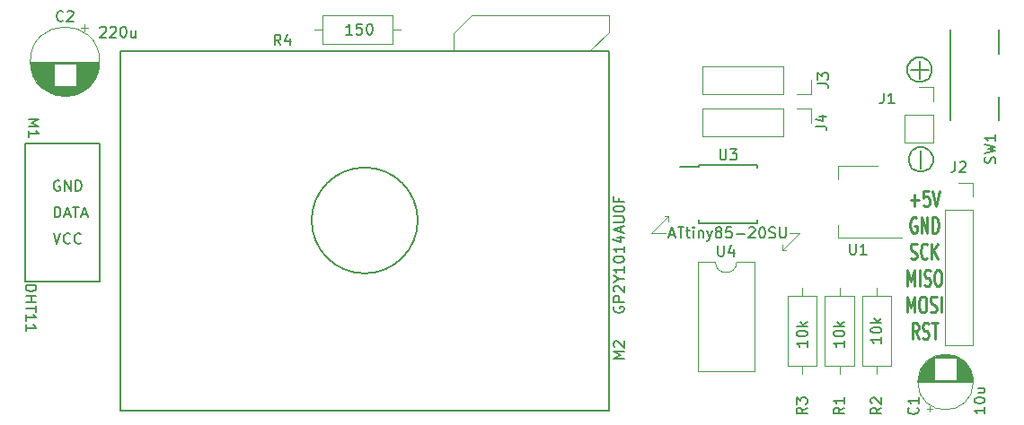
<source format=gbr>
%TF.GenerationSoftware,KiCad,Pcbnew,(5.1.9-0-10_14)*%
%TF.CreationDate,2021-08-25T11:23:16+08:00*%
%TF.ProjectId,v1,76312e6b-6963-4616-945f-706362585858,rev?*%
%TF.SameCoordinates,Original*%
%TF.FileFunction,Legend,Top*%
%TF.FilePolarity,Positive*%
%FSLAX46Y46*%
G04 Gerber Fmt 4.6, Leading zero omitted, Abs format (unit mm)*
G04 Created by KiCad (PCBNEW (5.1.9-0-10_14)) date 2021-08-25 11:23:16*
%MOMM*%
%LPD*%
G01*
G04 APERTURE LIST*
%ADD10C,0.150000*%
%ADD11C,0.120000*%
%ADD12C,0.250000*%
G04 APERTURE END LIST*
D10*
X187771428Y-87785714D02*
X187771428Y-87214285D01*
X188057142Y-86642857D01*
X188628571Y-86357142D01*
X189200000Y-86357142D01*
X189771428Y-86642857D01*
X190057142Y-87214285D01*
X190057142Y-87785714D01*
X189771428Y-88357142D01*
X189200000Y-88642857D01*
X188628571Y-88642857D01*
X188057142Y-88357142D01*
X187771428Y-87785714D01*
X188914285Y-88357142D02*
X188914285Y-86642857D01*
X188514285Y-77871428D02*
X189085714Y-77871428D01*
X189657142Y-78157142D01*
X189942857Y-78728571D01*
X189942857Y-79300000D01*
X189657142Y-79871428D01*
X189085714Y-80157142D01*
X188514285Y-80157142D01*
X187942857Y-79871428D01*
X187657142Y-79300000D01*
X187657142Y-78728571D01*
X187942857Y-78157142D01*
X188514285Y-77871428D01*
X187942857Y-79014285D02*
X189657142Y-79014285D01*
X188800000Y-78157142D02*
X188800000Y-79871428D01*
D11*
X144900000Y-75600000D02*
X144900000Y-77200000D01*
X146600000Y-73900000D02*
X144900000Y-75600000D01*
X159500000Y-73900000D02*
X146600000Y-73900000D01*
X159500000Y-75500000D02*
X159500000Y-73900000D01*
X157700000Y-77300000D02*
X159500000Y-75500000D01*
X175850000Y-96050000D02*
X176250000Y-96050000D01*
X175850000Y-96050000D02*
X175850000Y-95550000D01*
X177450000Y-94450000D02*
X175850000Y-96050000D01*
X176550000Y-94450000D02*
X177450000Y-94450000D01*
X165150000Y-92850000D02*
X164750000Y-92850000D01*
X165150000Y-92850000D02*
X165150000Y-93350000D01*
X163550000Y-94450000D02*
X165150000Y-92850000D01*
X164850000Y-94450000D02*
X163550000Y-94450000D01*
D12*
X187964285Y-91357142D02*
X188726190Y-91357142D01*
X188345238Y-91928571D02*
X188345238Y-90785714D01*
X189678571Y-90428571D02*
X189202380Y-90428571D01*
X189154761Y-91142857D01*
X189202380Y-91071428D01*
X189297619Y-91000000D01*
X189535714Y-91000000D01*
X189630952Y-91071428D01*
X189678571Y-91142857D01*
X189726190Y-91285714D01*
X189726190Y-91642857D01*
X189678571Y-91785714D01*
X189630952Y-91857142D01*
X189535714Y-91928571D01*
X189297619Y-91928571D01*
X189202380Y-91857142D01*
X189154761Y-91785714D01*
X190011904Y-90428571D02*
X190345238Y-91928571D01*
X190678571Y-90428571D01*
X188488095Y-93000000D02*
X188392857Y-92928571D01*
X188250000Y-92928571D01*
X188107142Y-93000000D01*
X188011904Y-93142857D01*
X187964285Y-93285714D01*
X187916666Y-93571428D01*
X187916666Y-93785714D01*
X187964285Y-94071428D01*
X188011904Y-94214285D01*
X188107142Y-94357142D01*
X188250000Y-94428571D01*
X188345238Y-94428571D01*
X188488095Y-94357142D01*
X188535714Y-94285714D01*
X188535714Y-93785714D01*
X188345238Y-93785714D01*
X188964285Y-94428571D02*
X188964285Y-92928571D01*
X189535714Y-94428571D01*
X189535714Y-92928571D01*
X190011904Y-94428571D02*
X190011904Y-92928571D01*
X190250000Y-92928571D01*
X190392857Y-93000000D01*
X190488095Y-93142857D01*
X190535714Y-93285714D01*
X190583333Y-93571428D01*
X190583333Y-93785714D01*
X190535714Y-94071428D01*
X190488095Y-94214285D01*
X190392857Y-94357142D01*
X190250000Y-94428571D01*
X190011904Y-94428571D01*
X187964285Y-96857142D02*
X188107142Y-96928571D01*
X188345238Y-96928571D01*
X188440476Y-96857142D01*
X188488095Y-96785714D01*
X188535714Y-96642857D01*
X188535714Y-96500000D01*
X188488095Y-96357142D01*
X188440476Y-96285714D01*
X188345238Y-96214285D01*
X188154761Y-96142857D01*
X188059523Y-96071428D01*
X188011904Y-96000000D01*
X187964285Y-95857142D01*
X187964285Y-95714285D01*
X188011904Y-95571428D01*
X188059523Y-95500000D01*
X188154761Y-95428571D01*
X188392857Y-95428571D01*
X188535714Y-95500000D01*
X189535714Y-96785714D02*
X189488095Y-96857142D01*
X189345238Y-96928571D01*
X189250000Y-96928571D01*
X189107142Y-96857142D01*
X189011904Y-96714285D01*
X188964285Y-96571428D01*
X188916666Y-96285714D01*
X188916666Y-96071428D01*
X188964285Y-95785714D01*
X189011904Y-95642857D01*
X189107142Y-95500000D01*
X189250000Y-95428571D01*
X189345238Y-95428571D01*
X189488095Y-95500000D01*
X189535714Y-95571428D01*
X189964285Y-96928571D02*
X189964285Y-95428571D01*
X190535714Y-96928571D02*
X190107142Y-96071428D01*
X190535714Y-95428571D02*
X189964285Y-96285714D01*
X187678571Y-99428571D02*
X187678571Y-97928571D01*
X188011904Y-99000000D01*
X188345238Y-97928571D01*
X188345238Y-99428571D01*
X188821428Y-99428571D02*
X188821428Y-97928571D01*
X189250000Y-99357142D02*
X189392857Y-99428571D01*
X189630952Y-99428571D01*
X189726190Y-99357142D01*
X189773809Y-99285714D01*
X189821428Y-99142857D01*
X189821428Y-99000000D01*
X189773809Y-98857142D01*
X189726190Y-98785714D01*
X189630952Y-98714285D01*
X189440476Y-98642857D01*
X189345238Y-98571428D01*
X189297619Y-98500000D01*
X189250000Y-98357142D01*
X189250000Y-98214285D01*
X189297619Y-98071428D01*
X189345238Y-98000000D01*
X189440476Y-97928571D01*
X189678571Y-97928571D01*
X189821428Y-98000000D01*
X190440476Y-97928571D02*
X190630952Y-97928571D01*
X190726190Y-98000000D01*
X190821428Y-98142857D01*
X190869047Y-98428571D01*
X190869047Y-98928571D01*
X190821428Y-99214285D01*
X190726190Y-99357142D01*
X190630952Y-99428571D01*
X190440476Y-99428571D01*
X190345238Y-99357142D01*
X190250000Y-99214285D01*
X190202380Y-98928571D01*
X190202380Y-98428571D01*
X190250000Y-98142857D01*
X190345238Y-98000000D01*
X190440476Y-97928571D01*
X187678571Y-101928571D02*
X187678571Y-100428571D01*
X188011904Y-101500000D01*
X188345238Y-100428571D01*
X188345238Y-101928571D01*
X189011904Y-100428571D02*
X189202380Y-100428571D01*
X189297619Y-100500000D01*
X189392857Y-100642857D01*
X189440476Y-100928571D01*
X189440476Y-101428571D01*
X189392857Y-101714285D01*
X189297619Y-101857142D01*
X189202380Y-101928571D01*
X189011904Y-101928571D01*
X188916666Y-101857142D01*
X188821428Y-101714285D01*
X188773809Y-101428571D01*
X188773809Y-100928571D01*
X188821428Y-100642857D01*
X188916666Y-100500000D01*
X189011904Y-100428571D01*
X189821428Y-101857142D02*
X189964285Y-101928571D01*
X190202380Y-101928571D01*
X190297619Y-101857142D01*
X190345238Y-101785714D01*
X190392857Y-101642857D01*
X190392857Y-101500000D01*
X190345238Y-101357142D01*
X190297619Y-101285714D01*
X190202380Y-101214285D01*
X190011904Y-101142857D01*
X189916666Y-101071428D01*
X189869047Y-101000000D01*
X189821428Y-100857142D01*
X189821428Y-100714285D01*
X189869047Y-100571428D01*
X189916666Y-100500000D01*
X190011904Y-100428571D01*
X190250000Y-100428571D01*
X190392857Y-100500000D01*
X190821428Y-101928571D02*
X190821428Y-100428571D01*
X188702380Y-104428571D02*
X188369047Y-103714285D01*
X188130952Y-104428571D02*
X188130952Y-102928571D01*
X188511904Y-102928571D01*
X188607142Y-103000000D01*
X188654761Y-103071428D01*
X188702380Y-103214285D01*
X188702380Y-103428571D01*
X188654761Y-103571428D01*
X188607142Y-103642857D01*
X188511904Y-103714285D01*
X188130952Y-103714285D01*
X189083333Y-104357142D02*
X189226190Y-104428571D01*
X189464285Y-104428571D01*
X189559523Y-104357142D01*
X189607142Y-104285714D01*
X189654761Y-104142857D01*
X189654761Y-104000000D01*
X189607142Y-103857142D01*
X189559523Y-103785714D01*
X189464285Y-103714285D01*
X189273809Y-103642857D01*
X189178571Y-103571428D01*
X189130952Y-103500000D01*
X189083333Y-103357142D01*
X189083333Y-103214285D01*
X189130952Y-103071428D01*
X189178571Y-103000000D01*
X189273809Y-102928571D01*
X189511904Y-102928571D01*
X189654761Y-103000000D01*
X189940476Y-102928571D02*
X190511904Y-102928571D01*
X190226190Y-104428571D02*
X190226190Y-102928571D01*
D11*
%TO.C,J3*%
X175980000Y-78670000D02*
X175980000Y-81330000D01*
X175980000Y-78670000D02*
X168300000Y-78670000D01*
X168300000Y-78670000D02*
X168300000Y-81330000D01*
X175980000Y-81330000D02*
X168300000Y-81330000D01*
X178580000Y-81330000D02*
X177250000Y-81330000D01*
X178580000Y-80000000D02*
X178580000Y-81330000D01*
D10*
%TO.C,M1*%
X104500000Y-86000000D02*
X104500000Y-99000000D01*
X104500000Y-99000000D02*
X111500000Y-99000000D01*
X111500000Y-99000000D02*
X111500000Y-86000000D01*
X111500000Y-86000000D02*
X104500000Y-86000000D01*
D11*
%TO.C,U4*%
X173210000Y-97170000D02*
X171560000Y-97170000D01*
X173210000Y-107450000D02*
X173210000Y-97170000D01*
X167910000Y-107450000D02*
X173210000Y-107450000D01*
X167910000Y-97170000D02*
X167910000Y-107450000D01*
X169560000Y-97170000D02*
X167910000Y-97170000D01*
X171560000Y-97170000D02*
G75*
G02*
X169560000Y-97170000I-1000000J0D01*
G01*
D10*
%TO.C,U3*%
X168000000Y-88200000D02*
X166250000Y-88200000D01*
X168000000Y-93505000D02*
X173500000Y-93505000D01*
X168000000Y-87995000D02*
X173500000Y-87995000D01*
X168000000Y-93505000D02*
X168000000Y-93205000D01*
X173500000Y-93505000D02*
X173500000Y-93205000D01*
X173500000Y-87995000D02*
X173500000Y-88295000D01*
X168000000Y-87995000D02*
X168000000Y-88200000D01*
%TO.C,SW1*%
X191700000Y-83800000D02*
X191700000Y-75200000D01*
X196300000Y-83800000D02*
X196300000Y-81600000D01*
X196300000Y-77500000D02*
X196300000Y-75200000D01*
D11*
%TO.C,R3*%
X177750000Y-99630000D02*
X177750000Y-100400000D01*
X177750000Y-107710000D02*
X177750000Y-106940000D01*
X176380000Y-100400000D02*
X176380000Y-106940000D01*
X179120000Y-100400000D02*
X176380000Y-100400000D01*
X179120000Y-106940000D02*
X179120000Y-100400000D01*
X176380000Y-106940000D02*
X179120000Y-106940000D01*
%TO.C,R2*%
X184750000Y-99630000D02*
X184750000Y-100400000D01*
X184750000Y-107710000D02*
X184750000Y-106940000D01*
X183380000Y-100400000D02*
X183380000Y-106940000D01*
X186120000Y-100400000D02*
X183380000Y-100400000D01*
X186120000Y-106940000D02*
X186120000Y-100400000D01*
X183380000Y-106940000D02*
X186120000Y-106940000D01*
%TO.C,R1*%
X181250000Y-99630000D02*
X181250000Y-100400000D01*
X181250000Y-107710000D02*
X181250000Y-106940000D01*
X179880000Y-100400000D02*
X179880000Y-106940000D01*
X182620000Y-100400000D02*
X179880000Y-100400000D01*
X182620000Y-106940000D02*
X182620000Y-100400000D01*
X179880000Y-106940000D02*
X182620000Y-106940000D01*
%TO.C,J4*%
X178580000Y-82670000D02*
X178580000Y-84000000D01*
X177250000Y-82670000D02*
X178580000Y-82670000D01*
X175980000Y-82670000D02*
X175980000Y-85330000D01*
X175980000Y-85330000D02*
X168300000Y-85330000D01*
X175980000Y-82670000D02*
X168300000Y-82670000D01*
X168300000Y-82670000D02*
X168300000Y-85330000D01*
D10*
%TO.C,M2*%
X159500000Y-111250000D02*
X159500000Y-77250000D01*
X113500000Y-111250000D02*
X159500000Y-111250000D01*
X113500000Y-77250000D02*
X113500000Y-111250000D01*
X159500000Y-77250000D02*
X113500000Y-77250000D01*
X141500000Y-93250000D02*
G75*
G03*
X141500000Y-93250000I-5000000J0D01*
G01*
D11*
%TO.C,U1*%
X181090000Y-88090000D02*
X181090000Y-89350000D01*
X181090000Y-94910000D02*
X181090000Y-93650000D01*
X184850000Y-88090000D02*
X181090000Y-88090000D01*
X187100000Y-94910000D02*
X181090000Y-94910000D01*
%TO.C,R4*%
X139870000Y-75250000D02*
X139100000Y-75250000D01*
X131790000Y-75250000D02*
X132560000Y-75250000D01*
X139100000Y-73880000D02*
X132560000Y-73880000D01*
X139100000Y-76620000D02*
X139100000Y-73880000D01*
X132560000Y-76620000D02*
X139100000Y-76620000D01*
X132560000Y-73880000D02*
X132560000Y-76620000D01*
%TO.C,J2*%
X191170000Y-92270000D02*
X193830000Y-92270000D01*
X191170000Y-92270000D02*
X191170000Y-105030000D01*
X191170000Y-105030000D02*
X193830000Y-105030000D01*
X193830000Y-92270000D02*
X193830000Y-105030000D01*
X193830000Y-89670000D02*
X193830000Y-91000000D01*
X192500000Y-89670000D02*
X193830000Y-89670000D01*
%TO.C,J1*%
X187420000Y-83270000D02*
X190080000Y-83270000D01*
X187420000Y-83270000D02*
X187420000Y-85870000D01*
X187420000Y-85870000D02*
X190080000Y-85870000D01*
X190080000Y-83270000D02*
X190080000Y-85870000D01*
X190080000Y-80670000D02*
X190080000Y-82000000D01*
X188750000Y-80670000D02*
X190080000Y-80670000D01*
%TO.C,C2*%
X111520000Y-78250000D02*
G75*
G03*
X111520000Y-78250000I-3270000J0D01*
G01*
X111480000Y-78250000D02*
X105020000Y-78250000D01*
X111480000Y-78290000D02*
X105020000Y-78290000D01*
X111480000Y-78330000D02*
X105020000Y-78330000D01*
X111478000Y-78370000D02*
X105022000Y-78370000D01*
X111477000Y-78410000D02*
X105023000Y-78410000D01*
X111474000Y-78450000D02*
X105026000Y-78450000D01*
X111472000Y-78490000D02*
X109290000Y-78490000D01*
X107210000Y-78490000D02*
X105028000Y-78490000D01*
X111468000Y-78530000D02*
X109290000Y-78530000D01*
X107210000Y-78530000D02*
X105032000Y-78530000D01*
X111465000Y-78570000D02*
X109290000Y-78570000D01*
X107210000Y-78570000D02*
X105035000Y-78570000D01*
X111461000Y-78610000D02*
X109290000Y-78610000D01*
X107210000Y-78610000D02*
X105039000Y-78610000D01*
X111456000Y-78650000D02*
X109290000Y-78650000D01*
X107210000Y-78650000D02*
X105044000Y-78650000D01*
X111451000Y-78690000D02*
X109290000Y-78690000D01*
X107210000Y-78690000D02*
X105049000Y-78690000D01*
X111445000Y-78730000D02*
X109290000Y-78730000D01*
X107210000Y-78730000D02*
X105055000Y-78730000D01*
X111439000Y-78770000D02*
X109290000Y-78770000D01*
X107210000Y-78770000D02*
X105061000Y-78770000D01*
X111432000Y-78810000D02*
X109290000Y-78810000D01*
X107210000Y-78810000D02*
X105068000Y-78810000D01*
X111425000Y-78850000D02*
X109290000Y-78850000D01*
X107210000Y-78850000D02*
X105075000Y-78850000D01*
X111417000Y-78890000D02*
X109290000Y-78890000D01*
X107210000Y-78890000D02*
X105083000Y-78890000D01*
X111409000Y-78930000D02*
X109290000Y-78930000D01*
X107210000Y-78930000D02*
X105091000Y-78930000D01*
X111400000Y-78971000D02*
X109290000Y-78971000D01*
X107210000Y-78971000D02*
X105100000Y-78971000D01*
X111391000Y-79011000D02*
X109290000Y-79011000D01*
X107210000Y-79011000D02*
X105109000Y-79011000D01*
X111381000Y-79051000D02*
X109290000Y-79051000D01*
X107210000Y-79051000D02*
X105119000Y-79051000D01*
X111371000Y-79091000D02*
X109290000Y-79091000D01*
X107210000Y-79091000D02*
X105129000Y-79091000D01*
X111360000Y-79131000D02*
X109290000Y-79131000D01*
X107210000Y-79131000D02*
X105140000Y-79131000D01*
X111348000Y-79171000D02*
X109290000Y-79171000D01*
X107210000Y-79171000D02*
X105152000Y-79171000D01*
X111336000Y-79211000D02*
X109290000Y-79211000D01*
X107210000Y-79211000D02*
X105164000Y-79211000D01*
X111324000Y-79251000D02*
X109290000Y-79251000D01*
X107210000Y-79251000D02*
X105176000Y-79251000D01*
X111311000Y-79291000D02*
X109290000Y-79291000D01*
X107210000Y-79291000D02*
X105189000Y-79291000D01*
X111297000Y-79331000D02*
X109290000Y-79331000D01*
X107210000Y-79331000D02*
X105203000Y-79331000D01*
X111283000Y-79371000D02*
X109290000Y-79371000D01*
X107210000Y-79371000D02*
X105217000Y-79371000D01*
X111268000Y-79411000D02*
X109290000Y-79411000D01*
X107210000Y-79411000D02*
X105232000Y-79411000D01*
X111252000Y-79451000D02*
X109290000Y-79451000D01*
X107210000Y-79451000D02*
X105248000Y-79451000D01*
X111236000Y-79491000D02*
X109290000Y-79491000D01*
X107210000Y-79491000D02*
X105264000Y-79491000D01*
X111220000Y-79531000D02*
X109290000Y-79531000D01*
X107210000Y-79531000D02*
X105280000Y-79531000D01*
X111202000Y-79571000D02*
X109290000Y-79571000D01*
X107210000Y-79571000D02*
X105298000Y-79571000D01*
X111184000Y-79611000D02*
X109290000Y-79611000D01*
X107210000Y-79611000D02*
X105316000Y-79611000D01*
X111166000Y-79651000D02*
X109290000Y-79651000D01*
X107210000Y-79651000D02*
X105334000Y-79651000D01*
X111146000Y-79691000D02*
X109290000Y-79691000D01*
X107210000Y-79691000D02*
X105354000Y-79691000D01*
X111126000Y-79731000D02*
X109290000Y-79731000D01*
X107210000Y-79731000D02*
X105374000Y-79731000D01*
X111106000Y-79771000D02*
X109290000Y-79771000D01*
X107210000Y-79771000D02*
X105394000Y-79771000D01*
X111084000Y-79811000D02*
X109290000Y-79811000D01*
X107210000Y-79811000D02*
X105416000Y-79811000D01*
X111062000Y-79851000D02*
X109290000Y-79851000D01*
X107210000Y-79851000D02*
X105438000Y-79851000D01*
X111040000Y-79891000D02*
X109290000Y-79891000D01*
X107210000Y-79891000D02*
X105460000Y-79891000D01*
X111016000Y-79931000D02*
X109290000Y-79931000D01*
X107210000Y-79931000D02*
X105484000Y-79931000D01*
X110992000Y-79971000D02*
X109290000Y-79971000D01*
X107210000Y-79971000D02*
X105508000Y-79971000D01*
X110966000Y-80011000D02*
X109290000Y-80011000D01*
X107210000Y-80011000D02*
X105534000Y-80011000D01*
X110940000Y-80051000D02*
X109290000Y-80051000D01*
X107210000Y-80051000D02*
X105560000Y-80051000D01*
X110914000Y-80091000D02*
X109290000Y-80091000D01*
X107210000Y-80091000D02*
X105586000Y-80091000D01*
X110886000Y-80131000D02*
X109290000Y-80131000D01*
X107210000Y-80131000D02*
X105614000Y-80131000D01*
X110857000Y-80171000D02*
X109290000Y-80171000D01*
X107210000Y-80171000D02*
X105643000Y-80171000D01*
X110828000Y-80211000D02*
X109290000Y-80211000D01*
X107210000Y-80211000D02*
X105672000Y-80211000D01*
X110798000Y-80251000D02*
X109290000Y-80251000D01*
X107210000Y-80251000D02*
X105702000Y-80251000D01*
X110766000Y-80291000D02*
X109290000Y-80291000D01*
X107210000Y-80291000D02*
X105734000Y-80291000D01*
X110734000Y-80331000D02*
X109290000Y-80331000D01*
X107210000Y-80331000D02*
X105766000Y-80331000D01*
X110700000Y-80371000D02*
X109290000Y-80371000D01*
X107210000Y-80371000D02*
X105800000Y-80371000D01*
X110666000Y-80411000D02*
X109290000Y-80411000D01*
X107210000Y-80411000D02*
X105834000Y-80411000D01*
X110630000Y-80451000D02*
X109290000Y-80451000D01*
X107210000Y-80451000D02*
X105870000Y-80451000D01*
X110593000Y-80491000D02*
X109290000Y-80491000D01*
X107210000Y-80491000D02*
X105907000Y-80491000D01*
X110555000Y-80531000D02*
X109290000Y-80531000D01*
X107210000Y-80531000D02*
X105945000Y-80531000D01*
X110515000Y-80571000D02*
X105985000Y-80571000D01*
X110474000Y-80611000D02*
X106026000Y-80611000D01*
X110432000Y-80651000D02*
X106068000Y-80651000D01*
X110387000Y-80691000D02*
X106113000Y-80691000D01*
X110342000Y-80731000D02*
X106158000Y-80731000D01*
X110294000Y-80771000D02*
X106206000Y-80771000D01*
X110245000Y-80811000D02*
X106255000Y-80811000D01*
X110194000Y-80851000D02*
X106306000Y-80851000D01*
X110140000Y-80891000D02*
X106360000Y-80891000D01*
X110084000Y-80931000D02*
X106416000Y-80931000D01*
X110026000Y-80971000D02*
X106474000Y-80971000D01*
X109964000Y-81011000D02*
X106536000Y-81011000D01*
X109900000Y-81051000D02*
X106600000Y-81051000D01*
X109831000Y-81091000D02*
X106669000Y-81091000D01*
X109759000Y-81131000D02*
X106741000Y-81131000D01*
X109682000Y-81171000D02*
X106818000Y-81171000D01*
X109600000Y-81211000D02*
X106900000Y-81211000D01*
X109512000Y-81251000D02*
X106988000Y-81251000D01*
X109415000Y-81291000D02*
X107085000Y-81291000D01*
X109309000Y-81331000D02*
X107191000Y-81331000D01*
X109190000Y-81371000D02*
X107310000Y-81371000D01*
X109052000Y-81411000D02*
X107448000Y-81411000D01*
X108883000Y-81451000D02*
X107617000Y-81451000D01*
X108652000Y-81491000D02*
X107848000Y-81491000D01*
X110089000Y-74749759D02*
X110089000Y-75379759D01*
X110404000Y-75064759D02*
X109774000Y-75064759D01*
%TO.C,C1*%
X193870000Y-108500000D02*
G75*
G03*
X193870000Y-108500000I-2620000J0D01*
G01*
X188670000Y-108500000D02*
X193830000Y-108500000D01*
X188670000Y-108460000D02*
X193830000Y-108460000D01*
X188671000Y-108420000D02*
X193829000Y-108420000D01*
X188672000Y-108380000D02*
X193828000Y-108380000D01*
X188674000Y-108340000D02*
X193826000Y-108340000D01*
X188677000Y-108300000D02*
X193823000Y-108300000D01*
X188681000Y-108260000D02*
X190210000Y-108260000D01*
X192290000Y-108260000D02*
X193819000Y-108260000D01*
X188685000Y-108220000D02*
X190210000Y-108220000D01*
X192290000Y-108220000D02*
X193815000Y-108220000D01*
X188689000Y-108180000D02*
X190210000Y-108180000D01*
X192290000Y-108180000D02*
X193811000Y-108180000D01*
X188694000Y-108140000D02*
X190210000Y-108140000D01*
X192290000Y-108140000D02*
X193806000Y-108140000D01*
X188700000Y-108100000D02*
X190210000Y-108100000D01*
X192290000Y-108100000D02*
X193800000Y-108100000D01*
X188707000Y-108060000D02*
X190210000Y-108060000D01*
X192290000Y-108060000D02*
X193793000Y-108060000D01*
X188714000Y-108020000D02*
X190210000Y-108020000D01*
X192290000Y-108020000D02*
X193786000Y-108020000D01*
X188722000Y-107980000D02*
X190210000Y-107980000D01*
X192290000Y-107980000D02*
X193778000Y-107980000D01*
X188730000Y-107940000D02*
X190210000Y-107940000D01*
X192290000Y-107940000D02*
X193770000Y-107940000D01*
X188739000Y-107900000D02*
X190210000Y-107900000D01*
X192290000Y-107900000D02*
X193761000Y-107900000D01*
X188749000Y-107860000D02*
X190210000Y-107860000D01*
X192290000Y-107860000D02*
X193751000Y-107860000D01*
X188759000Y-107820000D02*
X190210000Y-107820000D01*
X192290000Y-107820000D02*
X193741000Y-107820000D01*
X188770000Y-107779000D02*
X190210000Y-107779000D01*
X192290000Y-107779000D02*
X193730000Y-107779000D01*
X188782000Y-107739000D02*
X190210000Y-107739000D01*
X192290000Y-107739000D02*
X193718000Y-107739000D01*
X188795000Y-107699000D02*
X190210000Y-107699000D01*
X192290000Y-107699000D02*
X193705000Y-107699000D01*
X188808000Y-107659000D02*
X190210000Y-107659000D01*
X192290000Y-107659000D02*
X193692000Y-107659000D01*
X188822000Y-107619000D02*
X190210000Y-107619000D01*
X192290000Y-107619000D02*
X193678000Y-107619000D01*
X188836000Y-107579000D02*
X190210000Y-107579000D01*
X192290000Y-107579000D02*
X193664000Y-107579000D01*
X188852000Y-107539000D02*
X190210000Y-107539000D01*
X192290000Y-107539000D02*
X193648000Y-107539000D01*
X188868000Y-107499000D02*
X190210000Y-107499000D01*
X192290000Y-107499000D02*
X193632000Y-107499000D01*
X188885000Y-107459000D02*
X190210000Y-107459000D01*
X192290000Y-107459000D02*
X193615000Y-107459000D01*
X188902000Y-107419000D02*
X190210000Y-107419000D01*
X192290000Y-107419000D02*
X193598000Y-107419000D01*
X188921000Y-107379000D02*
X190210000Y-107379000D01*
X192290000Y-107379000D02*
X193579000Y-107379000D01*
X188940000Y-107339000D02*
X190210000Y-107339000D01*
X192290000Y-107339000D02*
X193560000Y-107339000D01*
X188960000Y-107299000D02*
X190210000Y-107299000D01*
X192290000Y-107299000D02*
X193540000Y-107299000D01*
X188982000Y-107259000D02*
X190210000Y-107259000D01*
X192290000Y-107259000D02*
X193518000Y-107259000D01*
X189003000Y-107219000D02*
X190210000Y-107219000D01*
X192290000Y-107219000D02*
X193497000Y-107219000D01*
X189026000Y-107179000D02*
X190210000Y-107179000D01*
X192290000Y-107179000D02*
X193474000Y-107179000D01*
X189050000Y-107139000D02*
X190210000Y-107139000D01*
X192290000Y-107139000D02*
X193450000Y-107139000D01*
X189075000Y-107099000D02*
X190210000Y-107099000D01*
X192290000Y-107099000D02*
X193425000Y-107099000D01*
X189101000Y-107059000D02*
X190210000Y-107059000D01*
X192290000Y-107059000D02*
X193399000Y-107059000D01*
X189128000Y-107019000D02*
X190210000Y-107019000D01*
X192290000Y-107019000D02*
X193372000Y-107019000D01*
X189155000Y-106979000D02*
X190210000Y-106979000D01*
X192290000Y-106979000D02*
X193345000Y-106979000D01*
X189185000Y-106939000D02*
X190210000Y-106939000D01*
X192290000Y-106939000D02*
X193315000Y-106939000D01*
X189215000Y-106899000D02*
X190210000Y-106899000D01*
X192290000Y-106899000D02*
X193285000Y-106899000D01*
X189246000Y-106859000D02*
X190210000Y-106859000D01*
X192290000Y-106859000D02*
X193254000Y-106859000D01*
X189279000Y-106819000D02*
X190210000Y-106819000D01*
X192290000Y-106819000D02*
X193221000Y-106819000D01*
X189313000Y-106779000D02*
X190210000Y-106779000D01*
X192290000Y-106779000D02*
X193187000Y-106779000D01*
X189349000Y-106739000D02*
X190210000Y-106739000D01*
X192290000Y-106739000D02*
X193151000Y-106739000D01*
X189386000Y-106699000D02*
X190210000Y-106699000D01*
X192290000Y-106699000D02*
X193114000Y-106699000D01*
X189424000Y-106659000D02*
X190210000Y-106659000D01*
X192290000Y-106659000D02*
X193076000Y-106659000D01*
X189465000Y-106619000D02*
X190210000Y-106619000D01*
X192290000Y-106619000D02*
X193035000Y-106619000D01*
X189507000Y-106579000D02*
X190210000Y-106579000D01*
X192290000Y-106579000D02*
X192993000Y-106579000D01*
X189551000Y-106539000D02*
X190210000Y-106539000D01*
X192290000Y-106539000D02*
X192949000Y-106539000D01*
X189597000Y-106499000D02*
X190210000Y-106499000D01*
X192290000Y-106499000D02*
X192903000Y-106499000D01*
X189645000Y-106459000D02*
X190210000Y-106459000D01*
X192290000Y-106459000D02*
X192855000Y-106459000D01*
X189696000Y-106419000D02*
X190210000Y-106419000D01*
X192290000Y-106419000D02*
X192804000Y-106419000D01*
X189750000Y-106379000D02*
X190210000Y-106379000D01*
X192290000Y-106379000D02*
X192750000Y-106379000D01*
X189807000Y-106339000D02*
X190210000Y-106339000D01*
X192290000Y-106339000D02*
X192693000Y-106339000D01*
X189867000Y-106299000D02*
X190210000Y-106299000D01*
X192290000Y-106299000D02*
X192633000Y-106299000D01*
X189931000Y-106259000D02*
X190210000Y-106259000D01*
X192290000Y-106259000D02*
X192569000Y-106259000D01*
X189999000Y-106219000D02*
X190210000Y-106219000D01*
X192290000Y-106219000D02*
X192501000Y-106219000D01*
X190072000Y-106179000D02*
X192428000Y-106179000D01*
X190152000Y-106139000D02*
X192348000Y-106139000D01*
X190239000Y-106099000D02*
X192261000Y-106099000D01*
X190335000Y-106059000D02*
X192165000Y-106059000D01*
X190445000Y-106019000D02*
X192055000Y-106019000D01*
X190573000Y-105979000D02*
X191927000Y-105979000D01*
X190732000Y-105939000D02*
X191768000Y-105939000D01*
X190966000Y-105899000D02*
X191534000Y-105899000D01*
X189775000Y-111304775D02*
X189775000Y-110804775D01*
X189525000Y-111054775D02*
X190025000Y-111054775D01*
%TO.C,J3*%
D10*
X179202380Y-80333333D02*
X179916666Y-80333333D01*
X180059523Y-80380952D01*
X180154761Y-80476190D01*
X180202380Y-80619047D01*
X180202380Y-80714285D01*
X179202380Y-79952380D02*
X179202380Y-79333333D01*
X179583333Y-79666666D01*
X179583333Y-79523809D01*
X179630952Y-79428571D01*
X179678571Y-79380952D01*
X179773809Y-79333333D01*
X180011904Y-79333333D01*
X180107142Y-79380952D01*
X180154761Y-79428571D01*
X180202380Y-79523809D01*
X180202380Y-79809523D01*
X180154761Y-79904761D01*
X180107142Y-79952380D01*
%TO.C,M1*%
X104797619Y-83690476D02*
X105797619Y-83690476D01*
X105083333Y-84023809D01*
X105797619Y-84357142D01*
X104797619Y-84357142D01*
X104797619Y-85357142D02*
X104797619Y-84785714D01*
X104797619Y-85071428D02*
X105797619Y-85071428D01*
X105654761Y-84976190D01*
X105559523Y-84880952D01*
X105511904Y-84785714D01*
X104547619Y-99380952D02*
X105547619Y-99380952D01*
X105547619Y-99619047D01*
X105500000Y-99761904D01*
X105404761Y-99857142D01*
X105309523Y-99904761D01*
X105119047Y-99952380D01*
X104976190Y-99952380D01*
X104785714Y-99904761D01*
X104690476Y-99857142D01*
X104595238Y-99761904D01*
X104547619Y-99619047D01*
X104547619Y-99380952D01*
X104547619Y-100380952D02*
X105547619Y-100380952D01*
X105071428Y-100380952D02*
X105071428Y-100952380D01*
X104547619Y-100952380D02*
X105547619Y-100952380D01*
X105547619Y-101285714D02*
X105547619Y-101857142D01*
X104547619Y-101571428D02*
X105547619Y-101571428D01*
X104547619Y-102714285D02*
X104547619Y-102142857D01*
X104547619Y-102428571D02*
X105547619Y-102428571D01*
X105404761Y-102333333D01*
X105309523Y-102238095D01*
X105261904Y-102142857D01*
X104547619Y-103666666D02*
X104547619Y-103095238D01*
X104547619Y-103380952D02*
X105547619Y-103380952D01*
X105404761Y-103285714D01*
X105309523Y-103190476D01*
X105261904Y-103095238D01*
X107166666Y-94452380D02*
X107500000Y-95452380D01*
X107833333Y-94452380D01*
X108738095Y-95357142D02*
X108690476Y-95404761D01*
X108547619Y-95452380D01*
X108452380Y-95452380D01*
X108309523Y-95404761D01*
X108214285Y-95309523D01*
X108166666Y-95214285D01*
X108119047Y-95023809D01*
X108119047Y-94880952D01*
X108166666Y-94690476D01*
X108214285Y-94595238D01*
X108309523Y-94500000D01*
X108452380Y-94452380D01*
X108547619Y-94452380D01*
X108690476Y-94500000D01*
X108738095Y-94547619D01*
X109738095Y-95357142D02*
X109690476Y-95404761D01*
X109547619Y-95452380D01*
X109452380Y-95452380D01*
X109309523Y-95404761D01*
X109214285Y-95309523D01*
X109166666Y-95214285D01*
X109119047Y-95023809D01*
X109119047Y-94880952D01*
X109166666Y-94690476D01*
X109214285Y-94595238D01*
X109309523Y-94500000D01*
X109452380Y-94452380D01*
X109547619Y-94452380D01*
X109690476Y-94500000D01*
X109738095Y-94547619D01*
X107250000Y-92952380D02*
X107250000Y-91952380D01*
X107488095Y-91952380D01*
X107630952Y-92000000D01*
X107726190Y-92095238D01*
X107773809Y-92190476D01*
X107821428Y-92380952D01*
X107821428Y-92523809D01*
X107773809Y-92714285D01*
X107726190Y-92809523D01*
X107630952Y-92904761D01*
X107488095Y-92952380D01*
X107250000Y-92952380D01*
X108202380Y-92666666D02*
X108678571Y-92666666D01*
X108107142Y-92952380D02*
X108440476Y-91952380D01*
X108773809Y-92952380D01*
X108964285Y-91952380D02*
X109535714Y-91952380D01*
X109250000Y-92952380D02*
X109250000Y-91952380D01*
X109821428Y-92666666D02*
X110297619Y-92666666D01*
X109726190Y-92952380D02*
X110059523Y-91952380D01*
X110392857Y-92952380D01*
X107738095Y-89500000D02*
X107642857Y-89452380D01*
X107500000Y-89452380D01*
X107357142Y-89500000D01*
X107261904Y-89595238D01*
X107214285Y-89690476D01*
X107166666Y-89880952D01*
X107166666Y-90023809D01*
X107214285Y-90214285D01*
X107261904Y-90309523D01*
X107357142Y-90404761D01*
X107500000Y-90452380D01*
X107595238Y-90452380D01*
X107738095Y-90404761D01*
X107785714Y-90357142D01*
X107785714Y-90023809D01*
X107595238Y-90023809D01*
X108214285Y-90452380D02*
X108214285Y-89452380D01*
X108785714Y-90452380D01*
X108785714Y-89452380D01*
X109261904Y-90452380D02*
X109261904Y-89452380D01*
X109500000Y-89452380D01*
X109642857Y-89500000D01*
X109738095Y-89595238D01*
X109785714Y-89690476D01*
X109833333Y-89880952D01*
X109833333Y-90023809D01*
X109785714Y-90214285D01*
X109738095Y-90309523D01*
X109642857Y-90404761D01*
X109500000Y-90452380D01*
X109261904Y-90452380D01*
%TO.C,U4*%
X169798095Y-95622380D02*
X169798095Y-96431904D01*
X169845714Y-96527142D01*
X169893333Y-96574761D01*
X169988571Y-96622380D01*
X170179047Y-96622380D01*
X170274285Y-96574761D01*
X170321904Y-96527142D01*
X170369523Y-96431904D01*
X170369523Y-95622380D01*
X171274285Y-95955714D02*
X171274285Y-96622380D01*
X171036190Y-95574761D02*
X170798095Y-96289047D01*
X171417142Y-96289047D01*
%TO.C,U3*%
X169988095Y-86522380D02*
X169988095Y-87331904D01*
X170035714Y-87427142D01*
X170083333Y-87474761D01*
X170178571Y-87522380D01*
X170369047Y-87522380D01*
X170464285Y-87474761D01*
X170511904Y-87427142D01*
X170559523Y-87331904D01*
X170559523Y-86522380D01*
X170940476Y-86522380D02*
X171559523Y-86522380D01*
X171226190Y-86903333D01*
X171369047Y-86903333D01*
X171464285Y-86950952D01*
X171511904Y-86998571D01*
X171559523Y-87093809D01*
X171559523Y-87331904D01*
X171511904Y-87427142D01*
X171464285Y-87474761D01*
X171369047Y-87522380D01*
X171083333Y-87522380D01*
X170988095Y-87474761D01*
X170940476Y-87427142D01*
X165250000Y-94596666D02*
X165726190Y-94596666D01*
X165154761Y-94882380D02*
X165488095Y-93882380D01*
X165821428Y-94882380D01*
X166011904Y-93882380D02*
X166583333Y-93882380D01*
X166297619Y-94882380D02*
X166297619Y-93882380D01*
X166773809Y-94215714D02*
X167154761Y-94215714D01*
X166916666Y-93882380D02*
X166916666Y-94739523D01*
X166964285Y-94834761D01*
X167059523Y-94882380D01*
X167154761Y-94882380D01*
X167488095Y-94882380D02*
X167488095Y-94215714D01*
X167488095Y-93882380D02*
X167440476Y-93930000D01*
X167488095Y-93977619D01*
X167535714Y-93930000D01*
X167488095Y-93882380D01*
X167488095Y-93977619D01*
X167964285Y-94215714D02*
X167964285Y-94882380D01*
X167964285Y-94310952D02*
X168011904Y-94263333D01*
X168107142Y-94215714D01*
X168250000Y-94215714D01*
X168345238Y-94263333D01*
X168392857Y-94358571D01*
X168392857Y-94882380D01*
X168773809Y-94215714D02*
X169011904Y-94882380D01*
X169250000Y-94215714D02*
X169011904Y-94882380D01*
X168916666Y-95120476D01*
X168869047Y-95168095D01*
X168773809Y-95215714D01*
X169773809Y-94310952D02*
X169678571Y-94263333D01*
X169630952Y-94215714D01*
X169583333Y-94120476D01*
X169583333Y-94072857D01*
X169630952Y-93977619D01*
X169678571Y-93930000D01*
X169773809Y-93882380D01*
X169964285Y-93882380D01*
X170059523Y-93930000D01*
X170107142Y-93977619D01*
X170154761Y-94072857D01*
X170154761Y-94120476D01*
X170107142Y-94215714D01*
X170059523Y-94263333D01*
X169964285Y-94310952D01*
X169773809Y-94310952D01*
X169678571Y-94358571D01*
X169630952Y-94406190D01*
X169583333Y-94501428D01*
X169583333Y-94691904D01*
X169630952Y-94787142D01*
X169678571Y-94834761D01*
X169773809Y-94882380D01*
X169964285Y-94882380D01*
X170059523Y-94834761D01*
X170107142Y-94787142D01*
X170154761Y-94691904D01*
X170154761Y-94501428D01*
X170107142Y-94406190D01*
X170059523Y-94358571D01*
X169964285Y-94310952D01*
X171059523Y-93882380D02*
X170583333Y-93882380D01*
X170535714Y-94358571D01*
X170583333Y-94310952D01*
X170678571Y-94263333D01*
X170916666Y-94263333D01*
X171011904Y-94310952D01*
X171059523Y-94358571D01*
X171107142Y-94453809D01*
X171107142Y-94691904D01*
X171059523Y-94787142D01*
X171011904Y-94834761D01*
X170916666Y-94882380D01*
X170678571Y-94882380D01*
X170583333Y-94834761D01*
X170535714Y-94787142D01*
X171535714Y-94501428D02*
X172297619Y-94501428D01*
X172726190Y-93977619D02*
X172773809Y-93930000D01*
X172869047Y-93882380D01*
X173107142Y-93882380D01*
X173202380Y-93930000D01*
X173250000Y-93977619D01*
X173297619Y-94072857D01*
X173297619Y-94168095D01*
X173250000Y-94310952D01*
X172678571Y-94882380D01*
X173297619Y-94882380D01*
X173916666Y-93882380D02*
X174011904Y-93882380D01*
X174107142Y-93930000D01*
X174154761Y-93977619D01*
X174202380Y-94072857D01*
X174250000Y-94263333D01*
X174250000Y-94501428D01*
X174202380Y-94691904D01*
X174154761Y-94787142D01*
X174107142Y-94834761D01*
X174011904Y-94882380D01*
X173916666Y-94882380D01*
X173821428Y-94834761D01*
X173773809Y-94787142D01*
X173726190Y-94691904D01*
X173678571Y-94501428D01*
X173678571Y-94263333D01*
X173726190Y-94072857D01*
X173773809Y-93977619D01*
X173821428Y-93930000D01*
X173916666Y-93882380D01*
X174630952Y-94834761D02*
X174773809Y-94882380D01*
X175011904Y-94882380D01*
X175107142Y-94834761D01*
X175154761Y-94787142D01*
X175202380Y-94691904D01*
X175202380Y-94596666D01*
X175154761Y-94501428D01*
X175107142Y-94453809D01*
X175011904Y-94406190D01*
X174821428Y-94358571D01*
X174726190Y-94310952D01*
X174678571Y-94263333D01*
X174630952Y-94168095D01*
X174630952Y-94072857D01*
X174678571Y-93977619D01*
X174726190Y-93930000D01*
X174821428Y-93882380D01*
X175059523Y-93882380D01*
X175202380Y-93930000D01*
X175630952Y-93882380D02*
X175630952Y-94691904D01*
X175678571Y-94787142D01*
X175726190Y-94834761D01*
X175821428Y-94882380D01*
X176011904Y-94882380D01*
X176107142Y-94834761D01*
X176154761Y-94787142D01*
X176202380Y-94691904D01*
X176202380Y-93882380D01*
%TO.C,SW1*%
X195904761Y-87833333D02*
X195952380Y-87690476D01*
X195952380Y-87452380D01*
X195904761Y-87357142D01*
X195857142Y-87309523D01*
X195761904Y-87261904D01*
X195666666Y-87261904D01*
X195571428Y-87309523D01*
X195523809Y-87357142D01*
X195476190Y-87452380D01*
X195428571Y-87642857D01*
X195380952Y-87738095D01*
X195333333Y-87785714D01*
X195238095Y-87833333D01*
X195142857Y-87833333D01*
X195047619Y-87785714D01*
X195000000Y-87738095D01*
X194952380Y-87642857D01*
X194952380Y-87404761D01*
X195000000Y-87261904D01*
X194952380Y-86928571D02*
X195952380Y-86690476D01*
X195238095Y-86500000D01*
X195952380Y-86309523D01*
X194952380Y-86071428D01*
X195952380Y-85166666D02*
X195952380Y-85738095D01*
X195952380Y-85452380D02*
X194952380Y-85452380D01*
X195095238Y-85547619D01*
X195190476Y-85642857D01*
X195238095Y-85738095D01*
%TO.C,R3*%
X178202380Y-110916666D02*
X177726190Y-111250000D01*
X178202380Y-111488095D02*
X177202380Y-111488095D01*
X177202380Y-111107142D01*
X177250000Y-111011904D01*
X177297619Y-110964285D01*
X177392857Y-110916666D01*
X177535714Y-110916666D01*
X177630952Y-110964285D01*
X177678571Y-111011904D01*
X177726190Y-111107142D01*
X177726190Y-111488095D01*
X177202380Y-110583333D02*
X177202380Y-109964285D01*
X177583333Y-110297619D01*
X177583333Y-110154761D01*
X177630952Y-110059523D01*
X177678571Y-110011904D01*
X177773809Y-109964285D01*
X178011904Y-109964285D01*
X178107142Y-110011904D01*
X178154761Y-110059523D01*
X178202380Y-110154761D01*
X178202380Y-110440476D01*
X178154761Y-110535714D01*
X178107142Y-110583333D01*
X178202380Y-104595238D02*
X178202380Y-105166666D01*
X178202380Y-104880952D02*
X177202380Y-104880952D01*
X177345238Y-104976190D01*
X177440476Y-105071428D01*
X177488095Y-105166666D01*
X177202380Y-103976190D02*
X177202380Y-103880952D01*
X177250000Y-103785714D01*
X177297619Y-103738095D01*
X177392857Y-103690476D01*
X177583333Y-103642857D01*
X177821428Y-103642857D01*
X178011904Y-103690476D01*
X178107142Y-103738095D01*
X178154761Y-103785714D01*
X178202380Y-103880952D01*
X178202380Y-103976190D01*
X178154761Y-104071428D01*
X178107142Y-104119047D01*
X178011904Y-104166666D01*
X177821428Y-104214285D01*
X177583333Y-104214285D01*
X177392857Y-104166666D01*
X177297619Y-104119047D01*
X177250000Y-104071428D01*
X177202380Y-103976190D01*
X178202380Y-103214285D02*
X177202380Y-103214285D01*
X177821428Y-103119047D02*
X178202380Y-102833333D01*
X177535714Y-102833333D02*
X177916666Y-103214285D01*
%TO.C,R2*%
X185202380Y-110916666D02*
X184726190Y-111250000D01*
X185202380Y-111488095D02*
X184202380Y-111488095D01*
X184202380Y-111107142D01*
X184250000Y-111011904D01*
X184297619Y-110964285D01*
X184392857Y-110916666D01*
X184535714Y-110916666D01*
X184630952Y-110964285D01*
X184678571Y-111011904D01*
X184726190Y-111107142D01*
X184726190Y-111488095D01*
X184297619Y-110535714D02*
X184250000Y-110488095D01*
X184202380Y-110392857D01*
X184202380Y-110154761D01*
X184250000Y-110059523D01*
X184297619Y-110011904D01*
X184392857Y-109964285D01*
X184488095Y-109964285D01*
X184630952Y-110011904D01*
X185202380Y-110583333D01*
X185202380Y-109964285D01*
X185202380Y-104265238D02*
X185202380Y-104836666D01*
X185202380Y-104550952D02*
X184202380Y-104550952D01*
X184345238Y-104646190D01*
X184440476Y-104741428D01*
X184488095Y-104836666D01*
X184202380Y-103646190D02*
X184202380Y-103550952D01*
X184250000Y-103455714D01*
X184297619Y-103408095D01*
X184392857Y-103360476D01*
X184583333Y-103312857D01*
X184821428Y-103312857D01*
X185011904Y-103360476D01*
X185107142Y-103408095D01*
X185154761Y-103455714D01*
X185202380Y-103550952D01*
X185202380Y-103646190D01*
X185154761Y-103741428D01*
X185107142Y-103789047D01*
X185011904Y-103836666D01*
X184821428Y-103884285D01*
X184583333Y-103884285D01*
X184392857Y-103836666D01*
X184297619Y-103789047D01*
X184250000Y-103741428D01*
X184202380Y-103646190D01*
X185202380Y-102884285D02*
X184202380Y-102884285D01*
X184821428Y-102789047D02*
X185202380Y-102503333D01*
X184535714Y-102503333D02*
X184916666Y-102884285D01*
%TO.C,R1*%
X181702380Y-110916666D02*
X181226190Y-111250000D01*
X181702380Y-111488095D02*
X180702380Y-111488095D01*
X180702380Y-111107142D01*
X180750000Y-111011904D01*
X180797619Y-110964285D01*
X180892857Y-110916666D01*
X181035714Y-110916666D01*
X181130952Y-110964285D01*
X181178571Y-111011904D01*
X181226190Y-111107142D01*
X181226190Y-111488095D01*
X181702380Y-109964285D02*
X181702380Y-110535714D01*
X181702380Y-110250000D02*
X180702380Y-110250000D01*
X180845238Y-110345238D01*
X180940476Y-110440476D01*
X180988095Y-110535714D01*
X181702380Y-104595238D02*
X181702380Y-105166666D01*
X181702380Y-104880952D02*
X180702380Y-104880952D01*
X180845238Y-104976190D01*
X180940476Y-105071428D01*
X180988095Y-105166666D01*
X180702380Y-103976190D02*
X180702380Y-103880952D01*
X180750000Y-103785714D01*
X180797619Y-103738095D01*
X180892857Y-103690476D01*
X181083333Y-103642857D01*
X181321428Y-103642857D01*
X181511904Y-103690476D01*
X181607142Y-103738095D01*
X181654761Y-103785714D01*
X181702380Y-103880952D01*
X181702380Y-103976190D01*
X181654761Y-104071428D01*
X181607142Y-104119047D01*
X181511904Y-104166666D01*
X181321428Y-104214285D01*
X181083333Y-104214285D01*
X180892857Y-104166666D01*
X180797619Y-104119047D01*
X180750000Y-104071428D01*
X180702380Y-103976190D01*
X181702380Y-103214285D02*
X180702380Y-103214285D01*
X181321428Y-103119047D02*
X181702380Y-102833333D01*
X181035714Y-102833333D02*
X181416666Y-103214285D01*
%TO.C,J4*%
X179032380Y-84333333D02*
X179746666Y-84333333D01*
X179889523Y-84380952D01*
X179984761Y-84476190D01*
X180032380Y-84619047D01*
X180032380Y-84714285D01*
X179365714Y-83428571D02*
X180032380Y-83428571D01*
X178984761Y-83666666D02*
X179699047Y-83904761D01*
X179699047Y-83285714D01*
%TO.C,M2*%
X160952380Y-106309523D02*
X159952380Y-106309523D01*
X160666666Y-105976190D01*
X159952380Y-105642857D01*
X160952380Y-105642857D01*
X160047619Y-105214285D02*
X160000000Y-105166666D01*
X159952380Y-105071428D01*
X159952380Y-104833333D01*
X160000000Y-104738095D01*
X160047619Y-104690476D01*
X160142857Y-104642857D01*
X160238095Y-104642857D01*
X160380952Y-104690476D01*
X160952380Y-105261904D01*
X160952380Y-104642857D01*
X160000000Y-101404761D02*
X159952380Y-101500000D01*
X159952380Y-101642857D01*
X160000000Y-101785714D01*
X160095238Y-101880952D01*
X160190476Y-101928571D01*
X160380952Y-101976190D01*
X160523809Y-101976190D01*
X160714285Y-101928571D01*
X160809523Y-101880952D01*
X160904761Y-101785714D01*
X160952380Y-101642857D01*
X160952380Y-101547619D01*
X160904761Y-101404761D01*
X160857142Y-101357142D01*
X160523809Y-101357142D01*
X160523809Y-101547619D01*
X160952380Y-100928571D02*
X159952380Y-100928571D01*
X159952380Y-100547619D01*
X160000000Y-100452380D01*
X160047619Y-100404761D01*
X160142857Y-100357142D01*
X160285714Y-100357142D01*
X160380952Y-100404761D01*
X160428571Y-100452380D01*
X160476190Y-100547619D01*
X160476190Y-100928571D01*
X160047619Y-99976190D02*
X160000000Y-99928571D01*
X159952380Y-99833333D01*
X159952380Y-99595238D01*
X160000000Y-99500000D01*
X160047619Y-99452380D01*
X160142857Y-99404761D01*
X160238095Y-99404761D01*
X160380952Y-99452380D01*
X160952380Y-100023809D01*
X160952380Y-99404761D01*
X160476190Y-98785714D02*
X160952380Y-98785714D01*
X159952380Y-99119047D02*
X160476190Y-98785714D01*
X159952380Y-98452380D01*
X160952380Y-97595238D02*
X160952380Y-98166666D01*
X160952380Y-97880952D02*
X159952380Y-97880952D01*
X160095238Y-97976190D01*
X160190476Y-98071428D01*
X160238095Y-98166666D01*
X159952380Y-96976190D02*
X159952380Y-96880952D01*
X160000000Y-96785714D01*
X160047619Y-96738095D01*
X160142857Y-96690476D01*
X160333333Y-96642857D01*
X160571428Y-96642857D01*
X160761904Y-96690476D01*
X160857142Y-96738095D01*
X160904761Y-96785714D01*
X160952380Y-96880952D01*
X160952380Y-96976190D01*
X160904761Y-97071428D01*
X160857142Y-97119047D01*
X160761904Y-97166666D01*
X160571428Y-97214285D01*
X160333333Y-97214285D01*
X160142857Y-97166666D01*
X160047619Y-97119047D01*
X160000000Y-97071428D01*
X159952380Y-96976190D01*
X160952380Y-95690476D02*
X160952380Y-96261904D01*
X160952380Y-95976190D02*
X159952380Y-95976190D01*
X160095238Y-96071428D01*
X160190476Y-96166666D01*
X160238095Y-96261904D01*
X160285714Y-94833333D02*
X160952380Y-94833333D01*
X159904761Y-95071428D02*
X160619047Y-95309523D01*
X160619047Y-94690476D01*
X160666666Y-94357142D02*
X160666666Y-93880952D01*
X160952380Y-94452380D02*
X159952380Y-94119047D01*
X160952380Y-93785714D01*
X159952380Y-93452380D02*
X160761904Y-93452380D01*
X160857142Y-93404761D01*
X160904761Y-93357142D01*
X160952380Y-93261904D01*
X160952380Y-93071428D01*
X160904761Y-92976190D01*
X160857142Y-92928571D01*
X160761904Y-92880952D01*
X159952380Y-92880952D01*
X159952380Y-92214285D02*
X159952380Y-92119047D01*
X160000000Y-92023809D01*
X160047619Y-91976190D01*
X160142857Y-91928571D01*
X160333333Y-91880952D01*
X160571428Y-91880952D01*
X160761904Y-91928571D01*
X160857142Y-91976190D01*
X160904761Y-92023809D01*
X160952380Y-92119047D01*
X160952380Y-92214285D01*
X160904761Y-92309523D01*
X160857142Y-92357142D01*
X160761904Y-92404761D01*
X160571428Y-92452380D01*
X160333333Y-92452380D01*
X160142857Y-92404761D01*
X160047619Y-92357142D01*
X160000000Y-92309523D01*
X159952380Y-92214285D01*
X160428571Y-91119047D02*
X160428571Y-91452380D01*
X160952380Y-91452380D02*
X159952380Y-91452380D01*
X159952380Y-90976190D01*
%TO.C,U1*%
X182238095Y-95452380D02*
X182238095Y-96261904D01*
X182285714Y-96357142D01*
X182333333Y-96404761D01*
X182428571Y-96452380D01*
X182619047Y-96452380D01*
X182714285Y-96404761D01*
X182761904Y-96357142D01*
X182809523Y-96261904D01*
X182809523Y-95452380D01*
X183809523Y-96452380D02*
X183238095Y-96452380D01*
X183523809Y-96452380D02*
X183523809Y-95452380D01*
X183428571Y-95595238D01*
X183333333Y-95690476D01*
X183238095Y-95738095D01*
%TO.C,R4*%
X128583333Y-76702380D02*
X128250000Y-76226190D01*
X128011904Y-76702380D02*
X128011904Y-75702380D01*
X128392857Y-75702380D01*
X128488095Y-75750000D01*
X128535714Y-75797619D01*
X128583333Y-75892857D01*
X128583333Y-76035714D01*
X128535714Y-76130952D01*
X128488095Y-76178571D01*
X128392857Y-76226190D01*
X128011904Y-76226190D01*
X129440476Y-76035714D02*
X129440476Y-76702380D01*
X129202380Y-75654761D02*
X128964285Y-76369047D01*
X129583333Y-76369047D01*
X135333333Y-75702380D02*
X134761904Y-75702380D01*
X135047619Y-75702380D02*
X135047619Y-74702380D01*
X134952380Y-74845238D01*
X134857142Y-74940476D01*
X134761904Y-74988095D01*
X136238095Y-74702380D02*
X135761904Y-74702380D01*
X135714285Y-75178571D01*
X135761904Y-75130952D01*
X135857142Y-75083333D01*
X136095238Y-75083333D01*
X136190476Y-75130952D01*
X136238095Y-75178571D01*
X136285714Y-75273809D01*
X136285714Y-75511904D01*
X136238095Y-75607142D01*
X136190476Y-75654761D01*
X136095238Y-75702380D01*
X135857142Y-75702380D01*
X135761904Y-75654761D01*
X135714285Y-75607142D01*
X136904761Y-74702380D02*
X137000000Y-74702380D01*
X137095238Y-74750000D01*
X137142857Y-74797619D01*
X137190476Y-74892857D01*
X137238095Y-75083333D01*
X137238095Y-75321428D01*
X137190476Y-75511904D01*
X137142857Y-75607142D01*
X137095238Y-75654761D01*
X137000000Y-75702380D01*
X136904761Y-75702380D01*
X136809523Y-75654761D01*
X136761904Y-75607142D01*
X136714285Y-75511904D01*
X136666666Y-75321428D01*
X136666666Y-75083333D01*
X136714285Y-74892857D01*
X136761904Y-74797619D01*
X136809523Y-74750000D01*
X136904761Y-74702380D01*
%TO.C,J2*%
X192166666Y-87682380D02*
X192166666Y-88396666D01*
X192119047Y-88539523D01*
X192023809Y-88634761D01*
X191880952Y-88682380D01*
X191785714Y-88682380D01*
X192595238Y-87777619D02*
X192642857Y-87730000D01*
X192738095Y-87682380D01*
X192976190Y-87682380D01*
X193071428Y-87730000D01*
X193119047Y-87777619D01*
X193166666Y-87872857D01*
X193166666Y-87968095D01*
X193119047Y-88110952D01*
X192547619Y-88682380D01*
X193166666Y-88682380D01*
%TO.C,J1*%
X185416666Y-81202380D02*
X185416666Y-81916666D01*
X185369047Y-82059523D01*
X185273809Y-82154761D01*
X185130952Y-82202380D01*
X185035714Y-82202380D01*
X186416666Y-82202380D02*
X185845238Y-82202380D01*
X186130952Y-82202380D02*
X186130952Y-81202380D01*
X186035714Y-81345238D01*
X185940476Y-81440476D01*
X185845238Y-81488095D01*
%TO.C,C2*%
X108083333Y-74357142D02*
X108035714Y-74404761D01*
X107892857Y-74452380D01*
X107797619Y-74452380D01*
X107654761Y-74404761D01*
X107559523Y-74309523D01*
X107511904Y-74214285D01*
X107464285Y-74023809D01*
X107464285Y-73880952D01*
X107511904Y-73690476D01*
X107559523Y-73595238D01*
X107654761Y-73500000D01*
X107797619Y-73452380D01*
X107892857Y-73452380D01*
X108035714Y-73500000D01*
X108083333Y-73547619D01*
X108464285Y-73547619D02*
X108511904Y-73500000D01*
X108607142Y-73452380D01*
X108845238Y-73452380D01*
X108940476Y-73500000D01*
X108988095Y-73547619D01*
X109035714Y-73642857D01*
X109035714Y-73738095D01*
X108988095Y-73880952D01*
X108416666Y-74452380D01*
X109035714Y-74452380D01*
X111559523Y-75047619D02*
X111607142Y-75000000D01*
X111702380Y-74952380D01*
X111940476Y-74952380D01*
X112035714Y-75000000D01*
X112083333Y-75047619D01*
X112130952Y-75142857D01*
X112130952Y-75238095D01*
X112083333Y-75380952D01*
X111511904Y-75952380D01*
X112130952Y-75952380D01*
X112511904Y-75047619D02*
X112559523Y-75000000D01*
X112654761Y-74952380D01*
X112892857Y-74952380D01*
X112988095Y-75000000D01*
X113035714Y-75047619D01*
X113083333Y-75142857D01*
X113083333Y-75238095D01*
X113035714Y-75380952D01*
X112464285Y-75952380D01*
X113083333Y-75952380D01*
X113702380Y-74952380D02*
X113797619Y-74952380D01*
X113892857Y-75000000D01*
X113940476Y-75047619D01*
X113988095Y-75142857D01*
X114035714Y-75333333D01*
X114035714Y-75571428D01*
X113988095Y-75761904D01*
X113940476Y-75857142D01*
X113892857Y-75904761D01*
X113797619Y-75952380D01*
X113702380Y-75952380D01*
X113607142Y-75904761D01*
X113559523Y-75857142D01*
X113511904Y-75761904D01*
X113464285Y-75571428D01*
X113464285Y-75333333D01*
X113511904Y-75142857D01*
X113559523Y-75047619D01*
X113607142Y-75000000D01*
X113702380Y-74952380D01*
X114892857Y-75285714D02*
X114892857Y-75952380D01*
X114464285Y-75285714D02*
X114464285Y-75809523D01*
X114511904Y-75904761D01*
X114607142Y-75952380D01*
X114750000Y-75952380D01*
X114845238Y-75904761D01*
X114892857Y-75857142D01*
%TO.C,C1*%
X188607142Y-110916666D02*
X188654761Y-110964285D01*
X188702380Y-111107142D01*
X188702380Y-111202380D01*
X188654761Y-111345238D01*
X188559523Y-111440476D01*
X188464285Y-111488095D01*
X188273809Y-111535714D01*
X188130952Y-111535714D01*
X187940476Y-111488095D01*
X187845238Y-111440476D01*
X187750000Y-111345238D01*
X187702380Y-111202380D01*
X187702380Y-111107142D01*
X187750000Y-110964285D01*
X187797619Y-110916666D01*
X188702380Y-109964285D02*
X188702380Y-110535714D01*
X188702380Y-110250000D02*
X187702380Y-110250000D01*
X187845238Y-110345238D01*
X187940476Y-110440476D01*
X187988095Y-110535714D01*
X194952380Y-110892857D02*
X194952380Y-111464285D01*
X194952380Y-111178571D02*
X193952380Y-111178571D01*
X194095238Y-111273809D01*
X194190476Y-111369047D01*
X194238095Y-111464285D01*
X193952380Y-110273809D02*
X193952380Y-110178571D01*
X194000000Y-110083333D01*
X194047619Y-110035714D01*
X194142857Y-109988095D01*
X194333333Y-109940476D01*
X194571428Y-109940476D01*
X194761904Y-109988095D01*
X194857142Y-110035714D01*
X194904761Y-110083333D01*
X194952380Y-110178571D01*
X194952380Y-110273809D01*
X194904761Y-110369047D01*
X194857142Y-110416666D01*
X194761904Y-110464285D01*
X194571428Y-110511904D01*
X194333333Y-110511904D01*
X194142857Y-110464285D01*
X194047619Y-110416666D01*
X194000000Y-110369047D01*
X193952380Y-110273809D01*
X194285714Y-109083333D02*
X194952380Y-109083333D01*
X194285714Y-109511904D02*
X194809523Y-109511904D01*
X194904761Y-109464285D01*
X194952380Y-109369047D01*
X194952380Y-109226190D01*
X194904761Y-109130952D01*
X194857142Y-109083333D01*
%TD*%
M02*

</source>
